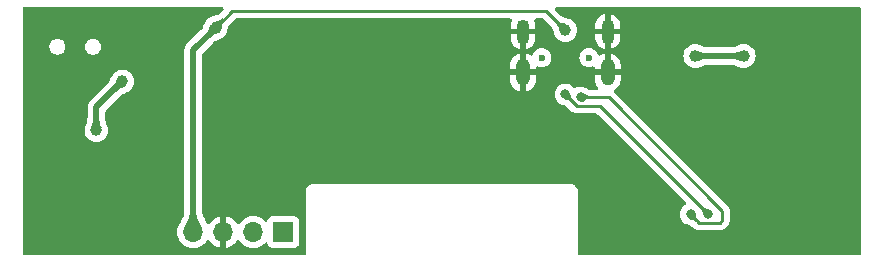
<source format=gbr>
%TF.GenerationSoftware,KiCad,Pcbnew,8.0.5-8.0.5-0~ubuntu22.04.1*%
%TF.CreationDate,2024-09-17T12:21:12-05:00*%
%TF.ProjectId,cheating-calc,63686561-7469-46e6-972d-63616c632e6b,rev?*%
%TF.SameCoordinates,Original*%
%TF.FileFunction,Copper,L2,Bot*%
%TF.FilePolarity,Positive*%
%FSLAX46Y46*%
G04 Gerber Fmt 4.6, Leading zero omitted, Abs format (unit mm)*
G04 Created by KiCad (PCBNEW 8.0.5-8.0.5-0~ubuntu22.04.1) date 2024-09-17 12:21:12*
%MOMM*%
%LPD*%
G01*
G04 APERTURE LIST*
%TA.AperFunction,ComponentPad*%
%ADD10R,1.700000X1.700000*%
%TD*%
%TA.AperFunction,ComponentPad*%
%ADD11O,1.700000X1.700000*%
%TD*%
%TA.AperFunction,ComponentPad*%
%ADD12C,0.600000*%
%TD*%
%TA.AperFunction,ComponentPad*%
%ADD13O,1.200000X2.300000*%
%TD*%
%TA.AperFunction,ComponentPad*%
%ADD14O,1.100000X2.100000*%
%TD*%
%TA.AperFunction,ViaPad*%
%ADD15C,1.000000*%
%TD*%
%TA.AperFunction,ViaPad*%
%ADD16C,0.800000*%
%TD*%
%TA.AperFunction,Conductor*%
%ADD17C,0.500000*%
%TD*%
%TA.AperFunction,Conductor*%
%ADD18C,0.250000*%
%TD*%
G04 APERTURE END LIST*
D10*
%TO.P,J1,1,Pin_1*%
%TO.N,RING*%
X107920000Y-71600000D03*
D11*
%TO.P,J1,2,Pin_2*%
%TO.N,TIP*%
X105380000Y-71600000D03*
%TO.P,J1,3,Pin_3*%
%TO.N,GND*%
X102840000Y-71600000D03*
%TO.P,J1,4,Pin_4*%
%TO.N,+5V*%
X100300000Y-71600000D03*
%TD*%
D12*
%TO.P,U3,*%
%TO.N,*%
X133800000Y-56837500D03*
X129800000Y-56837500D03*
D13*
%TO.P,U3,6,EH*%
%TO.N,GND*%
X135380000Y-58087500D03*
D14*
X135380000Y-54627500D03*
D13*
X128220000Y-58087500D03*
D14*
X128220000Y-54627500D03*
%TD*%
D15*
%TO.N,TIP_GPIO*%
X146900000Y-56700000D03*
X142800000Y-56700000D03*
%TO.N,+5V*%
X102200000Y-54300000D03*
X131800000Y-54500000D03*
%TO.N,+3.3V*%
X94300000Y-58850000D03*
X92100000Y-63000000D03*
%TO.N,GND*%
X88100000Y-59700000D03*
X97850000Y-63750000D03*
X92750000Y-66350000D03*
X142600000Y-62000000D03*
X137900000Y-56700000D03*
D16*
%TO.N,Net-(U3-D+)*%
X143900000Y-70100000D03*
X131800000Y-59950000D03*
%TO.N,Net-(U3-D-)*%
X142400000Y-70100000D03*
X133100000Y-60200000D03*
%TD*%
D17*
%TO.N,GND*%
X97850000Y-63750000D02*
X95350000Y-63750000D01*
X95350000Y-63750000D02*
X92750000Y-66350000D01*
%TO.N,TIP_GPIO*%
X146900000Y-56700000D02*
X142800000Y-56700000D01*
%TO.N,+5V*%
X100300000Y-71600000D02*
X100300000Y-56200000D01*
D18*
X131800000Y-54500000D02*
X130200000Y-52900000D01*
X130200000Y-52900000D02*
X103600000Y-52900000D01*
X103600000Y-52900000D02*
X102200000Y-54300000D01*
D17*
X100300000Y-56200000D02*
X102200000Y-54300000D01*
%TO.N,+3.3V*%
X92100000Y-63000000D02*
X92100000Y-61050000D01*
X92100000Y-61050000D02*
X94300000Y-58850000D01*
%TO.N,GND*%
X137900000Y-56700000D02*
X142600000Y-61400000D01*
X142600000Y-61400000D02*
X142600000Y-62000000D01*
D18*
%TO.N,Net-(U3-D+)*%
X132775000Y-60925000D02*
X134725000Y-60925000D01*
X134725000Y-60925000D02*
X143900000Y-70100000D01*
X131800000Y-59950000D02*
X132775000Y-60925000D01*
%TO.N,Net-(U3-D-)*%
X135500000Y-60200000D02*
X145100000Y-69800000D01*
X143125000Y-70825000D02*
X142400000Y-70100000D01*
X145100000Y-69800000D02*
X145100000Y-70600000D01*
X133100000Y-60200000D02*
X135500000Y-60200000D01*
X144875000Y-70825000D02*
X143125000Y-70825000D01*
X145100000Y-70600000D02*
X144875000Y-70825000D01*
%TD*%
%TA.AperFunction,Conductor*%
%TO.N,GND*%
G36*
X102812587Y-52590185D02*
G01*
X102858342Y-52642989D01*
X102868286Y-52712147D01*
X102839261Y-52775703D01*
X102833247Y-52782161D01*
X102525368Y-53090040D01*
X102522244Y-53093165D01*
X102507352Y-53105871D01*
X102366446Y-53208038D01*
X102322111Y-53228341D01*
X102214029Y-53253822D01*
X102213981Y-53253833D01*
X102213968Y-53253837D01*
X102201779Y-53256871D01*
X102201763Y-53256875D01*
X102201203Y-53257022D01*
X102190040Y-53260087D01*
X102189997Y-53260099D01*
X102189980Y-53260104D01*
X102074797Y-53293165D01*
X101881743Y-53348577D01*
X101854982Y-53357071D01*
X101853738Y-53357504D01*
X101853718Y-53357512D01*
X101846177Y-53360848D01*
X101832025Y-53366103D01*
X101815271Y-53371186D01*
X101783006Y-53388432D01*
X101780259Y-53389774D01*
X101779626Y-53390143D01*
X101775671Y-53392351D01*
X101641460Y-53464090D01*
X101489116Y-53589116D01*
X101364090Y-53741460D01*
X101364086Y-53741467D01*
X101271189Y-53915265D01*
X101270324Y-53917354D01*
X101264670Y-53931945D01*
X101263045Y-53935354D01*
X101164791Y-54186155D01*
X101159344Y-54198143D01*
X101108353Y-54296178D01*
X101091338Y-54320984D01*
X100944276Y-54487711D01*
X100918627Y-54519117D01*
X100910269Y-54528361D01*
X99717050Y-55721580D01*
X99717044Y-55721588D01*
X99667812Y-55795268D01*
X99667813Y-55795269D01*
X99634921Y-55844496D01*
X99634914Y-55844508D01*
X99578342Y-55981086D01*
X99578340Y-55981092D01*
X99549500Y-56126079D01*
X99549500Y-69820266D01*
X99548256Y-69837788D01*
X99490201Y-70244500D01*
X99475510Y-70287789D01*
X99338424Y-70531399D01*
X99335584Y-70536516D01*
X99332940Y-70541406D01*
X99145747Y-70892341D01*
X99137916Y-70905102D01*
X99125965Y-70922170D01*
X99100461Y-70976859D01*
X99097491Y-70982806D01*
X99074748Y-71025445D01*
X99063886Y-71047037D01*
X99063412Y-71048036D01*
X99063406Y-71048052D01*
X99047653Y-71089350D01*
X99044180Y-71097556D01*
X99026095Y-71136341D01*
X98964938Y-71364586D01*
X98964936Y-71364596D01*
X98944341Y-71599999D01*
X98944341Y-71600000D01*
X98964936Y-71835403D01*
X98964938Y-71835413D01*
X99026094Y-72063655D01*
X99026096Y-72063659D01*
X99026097Y-72063663D01*
X99105801Y-72234588D01*
X99125965Y-72277830D01*
X99125967Y-72277834D01*
X99234281Y-72432521D01*
X99261505Y-72471401D01*
X99428599Y-72638495D01*
X99525384Y-72706265D01*
X99622165Y-72774032D01*
X99622167Y-72774033D01*
X99622170Y-72774035D01*
X99836337Y-72873903D01*
X100064592Y-72935063D01*
X100241034Y-72950500D01*
X100299999Y-72955659D01*
X100300000Y-72955659D01*
X100300001Y-72955659D01*
X100358966Y-72950500D01*
X100535408Y-72935063D01*
X100763663Y-72873903D01*
X100977830Y-72774035D01*
X101171401Y-72638495D01*
X101338495Y-72471401D01*
X101468730Y-72285405D01*
X101523307Y-72241781D01*
X101592805Y-72234587D01*
X101655160Y-72266110D01*
X101671879Y-72285405D01*
X101801890Y-72471078D01*
X101968917Y-72638105D01*
X102162421Y-72773600D01*
X102376507Y-72873429D01*
X102376516Y-72873433D01*
X102590000Y-72930634D01*
X102590000Y-72033012D01*
X102647007Y-72065925D01*
X102774174Y-72100000D01*
X102905826Y-72100000D01*
X103032993Y-72065925D01*
X103090000Y-72033012D01*
X103090000Y-72930633D01*
X103303483Y-72873433D01*
X103303492Y-72873429D01*
X103517578Y-72773600D01*
X103711082Y-72638105D01*
X103878105Y-72471082D01*
X104008119Y-72285405D01*
X104062696Y-72241781D01*
X104132195Y-72234588D01*
X104194549Y-72266110D01*
X104211269Y-72285405D01*
X104341505Y-72471401D01*
X104508599Y-72638495D01*
X104605384Y-72706265D01*
X104702165Y-72774032D01*
X104702167Y-72774033D01*
X104702170Y-72774035D01*
X104916337Y-72873903D01*
X105144592Y-72935063D01*
X105321034Y-72950500D01*
X105379999Y-72955659D01*
X105380000Y-72955659D01*
X105380001Y-72955659D01*
X105438966Y-72950500D01*
X105615408Y-72935063D01*
X105843663Y-72873903D01*
X106057830Y-72774035D01*
X106251401Y-72638495D01*
X106373329Y-72516566D01*
X106434648Y-72483084D01*
X106504340Y-72488068D01*
X106560274Y-72529939D01*
X106577189Y-72560917D01*
X106626202Y-72692328D01*
X106626206Y-72692335D01*
X106712452Y-72807544D01*
X106712455Y-72807547D01*
X106827664Y-72893793D01*
X106827671Y-72893797D01*
X106962517Y-72944091D01*
X106962516Y-72944091D01*
X106969444Y-72944835D01*
X107022127Y-72950500D01*
X108817872Y-72950499D01*
X108877483Y-72944091D01*
X109012331Y-72893796D01*
X109127546Y-72807546D01*
X109213796Y-72692331D01*
X109264091Y-72557483D01*
X109270500Y-72497873D01*
X109270499Y-70702128D01*
X109264091Y-70642517D01*
X109262810Y-70639083D01*
X109213797Y-70507671D01*
X109213793Y-70507664D01*
X109127547Y-70392455D01*
X109127544Y-70392452D01*
X109012335Y-70306206D01*
X109012328Y-70306202D01*
X108877482Y-70255908D01*
X108877483Y-70255908D01*
X108817883Y-70249501D01*
X108817881Y-70249500D01*
X108817873Y-70249500D01*
X108817864Y-70249500D01*
X107022129Y-70249500D01*
X107022123Y-70249501D01*
X106962516Y-70255908D01*
X106827671Y-70306202D01*
X106827664Y-70306206D01*
X106712455Y-70392452D01*
X106712452Y-70392455D01*
X106626206Y-70507664D01*
X106626203Y-70507669D01*
X106577189Y-70639083D01*
X106535317Y-70695016D01*
X106469853Y-70719433D01*
X106401580Y-70704581D01*
X106373326Y-70683430D01*
X106251402Y-70561506D01*
X106251395Y-70561501D01*
X106057834Y-70425967D01*
X106057830Y-70425965D01*
X106057828Y-70425964D01*
X105843663Y-70326097D01*
X105843659Y-70326096D01*
X105843655Y-70326094D01*
X105615413Y-70264938D01*
X105615403Y-70264936D01*
X105380001Y-70244341D01*
X105379999Y-70244341D01*
X105144596Y-70264936D01*
X105144586Y-70264938D01*
X104916344Y-70326094D01*
X104916335Y-70326098D01*
X104702171Y-70425964D01*
X104702169Y-70425965D01*
X104508597Y-70561505D01*
X104341508Y-70728594D01*
X104211269Y-70914595D01*
X104156692Y-70958219D01*
X104087193Y-70965412D01*
X104024839Y-70933890D01*
X104008119Y-70914594D01*
X103878113Y-70728926D01*
X103878108Y-70728920D01*
X103711082Y-70561894D01*
X103517578Y-70426399D01*
X103303492Y-70326570D01*
X103303486Y-70326567D01*
X103090000Y-70269364D01*
X103090000Y-71166988D01*
X103032993Y-71134075D01*
X102905826Y-71100000D01*
X102774174Y-71100000D01*
X102647007Y-71134075D01*
X102590000Y-71166988D01*
X102590000Y-70269364D01*
X102589999Y-70269364D01*
X102376513Y-70326567D01*
X102376507Y-70326570D01*
X102162422Y-70426399D01*
X102162420Y-70426400D01*
X101968926Y-70561886D01*
X101968920Y-70561891D01*
X101801891Y-70728920D01*
X101801890Y-70728922D01*
X101671880Y-70914595D01*
X101617303Y-70958219D01*
X101547804Y-70965412D01*
X101485450Y-70933890D01*
X101468727Y-70914590D01*
X101462077Y-70905092D01*
X101454247Y-70892333D01*
X101390533Y-70772888D01*
X101267128Y-70541537D01*
X101267057Y-70541406D01*
X101264101Y-70535947D01*
X101263953Y-70535679D01*
X101261526Y-70531315D01*
X101124485Y-70287785D01*
X101109797Y-70244504D01*
X101051862Y-69838616D01*
X101051859Y-69838602D01*
X101051744Y-69837791D01*
X101050500Y-69820269D01*
X101050500Y-59950000D01*
X130894540Y-59950000D01*
X130914326Y-60138256D01*
X130914327Y-60138259D01*
X130972818Y-60318277D01*
X130972821Y-60318284D01*
X131067467Y-60482216D01*
X131147935Y-60571584D01*
X131194126Y-60622885D01*
X131194129Y-60622888D01*
X131347265Y-60734148D01*
X131347270Y-60734151D01*
X131520191Y-60811142D01*
X131520193Y-60811142D01*
X131520197Y-60811144D01*
X131530829Y-60813404D01*
X131541925Y-60816306D01*
X131747558Y-60880385D01*
X131750189Y-60881196D01*
X131750319Y-60881236D01*
X131750450Y-60881276D01*
X131753334Y-60882148D01*
X131821673Y-60902570D01*
X131861248Y-60922694D01*
X131963055Y-61000163D01*
X131964610Y-61001298D01*
X131979183Y-61013773D01*
X132286016Y-61320606D01*
X132286045Y-61320637D01*
X132376263Y-61410855D01*
X132376267Y-61410858D01*
X132478707Y-61479307D01*
X132478713Y-61479310D01*
X132478714Y-61479311D01*
X132592548Y-61526463D01*
X132618818Y-61531688D01*
X132642515Y-61536402D01*
X132642535Y-61536405D01*
X132642557Y-61536410D01*
X132713391Y-61550499D01*
X132713392Y-61550500D01*
X132713393Y-61550500D01*
X132713394Y-61550500D01*
X134414548Y-61550500D01*
X134481587Y-61570185D01*
X134502229Y-61586819D01*
X142016193Y-69100784D01*
X142049678Y-69162107D01*
X142044694Y-69231799D01*
X142002822Y-69287732D01*
X141978950Y-69301743D01*
X141947272Y-69315847D01*
X141947265Y-69315851D01*
X141794129Y-69427111D01*
X141667466Y-69567785D01*
X141572821Y-69731715D01*
X141572818Y-69731722D01*
X141514327Y-69911740D01*
X141514326Y-69911744D01*
X141494540Y-70100000D01*
X141514326Y-70288256D01*
X141514327Y-70288259D01*
X141572818Y-70468277D01*
X141572821Y-70468284D01*
X141667467Y-70632216D01*
X141782336Y-70759791D01*
X141794129Y-70772888D01*
X141947265Y-70884148D01*
X141947270Y-70884151D01*
X142120191Y-70961142D01*
X142120193Y-70961142D01*
X142120197Y-70961144D01*
X142130829Y-70963404D01*
X142141925Y-70966306D01*
X142347558Y-71030385D01*
X142350189Y-71031196D01*
X142350319Y-71031236D01*
X142350450Y-71031276D01*
X142353334Y-71032148D01*
X142421673Y-71052570D01*
X142461248Y-71072694D01*
X142563055Y-71150163D01*
X142564610Y-71151298D01*
X142579183Y-71163773D01*
X142636016Y-71220606D01*
X142636045Y-71220637D01*
X142726264Y-71310856D01*
X142726267Y-71310858D01*
X142803190Y-71362256D01*
X142828710Y-71379309D01*
X142828712Y-71379310D01*
X142828715Y-71379312D01*
X142895396Y-71406931D01*
X142895398Y-71406933D01*
X142935640Y-71423601D01*
X142942548Y-71426463D01*
X143002971Y-71438481D01*
X143063393Y-71450500D01*
X144936607Y-71450500D01*
X144997029Y-71438481D01*
X145057452Y-71426463D01*
X145057455Y-71426461D01*
X145057458Y-71426461D01*
X145090787Y-71412654D01*
X145090786Y-71412654D01*
X145090792Y-71412652D01*
X145171286Y-71379312D01*
X145222509Y-71345084D01*
X145273733Y-71310858D01*
X145360858Y-71223733D01*
X145360859Y-71223731D01*
X145367925Y-71216665D01*
X145367928Y-71216661D01*
X145498729Y-71085860D01*
X145498733Y-71085858D01*
X145585858Y-70998733D01*
X145633422Y-70927549D01*
X145654312Y-70896286D01*
X145701463Y-70782451D01*
X145705971Y-70759790D01*
X145721695Y-70680734D01*
X145721695Y-70680733D01*
X145721696Y-70680733D01*
X145721696Y-70680728D01*
X145725500Y-70661607D01*
X145725500Y-70538393D01*
X145725500Y-69738394D01*
X145721227Y-69716914D01*
X145708421Y-69652531D01*
X145701463Y-69617548D01*
X145654311Y-69503714D01*
X145654310Y-69503713D01*
X145654307Y-69503707D01*
X145585858Y-69401267D01*
X145585855Y-69401263D01*
X145495637Y-69311045D01*
X145495606Y-69311016D01*
X135990198Y-59805608D01*
X135990178Y-59805586D01*
X135947037Y-59762445D01*
X135913552Y-59701122D01*
X135918536Y-59631430D01*
X135960408Y-59575497D01*
X135961834Y-59574445D01*
X136096598Y-59476536D01*
X136219032Y-59354102D01*
X136320804Y-59214024D01*
X136399408Y-59059757D01*
X136452914Y-58895084D01*
X136480000Y-58724071D01*
X136480000Y-58337500D01*
X135655006Y-58337500D01*
X135655006Y-57837500D01*
X136480000Y-57837500D01*
X136480000Y-57450928D01*
X136452914Y-57279915D01*
X136399408Y-57115242D01*
X136320804Y-56960975D01*
X136219032Y-56820897D01*
X136098135Y-56700000D01*
X141794659Y-56700000D01*
X141813975Y-56896129D01*
X141813976Y-56896132D01*
X141850566Y-57016754D01*
X141871188Y-57084733D01*
X141964086Y-57258532D01*
X141964090Y-57258539D01*
X142089116Y-57410883D01*
X142241460Y-57535909D01*
X142241467Y-57535913D01*
X142415266Y-57628811D01*
X142415269Y-57628811D01*
X142415273Y-57628814D01*
X142603868Y-57686024D01*
X142800000Y-57705341D01*
X142996132Y-57686024D01*
X143184727Y-57628814D01*
X143184735Y-57628809D01*
X143186851Y-57627934D01*
X143201150Y-57621621D01*
X143204682Y-57620369D01*
X143204681Y-57620369D01*
X143204686Y-57620368D01*
X143451521Y-57512490D01*
X143463827Y-57507874D01*
X143569207Y-57474607D01*
X143598777Y-57469099D01*
X143820645Y-57455198D01*
X143820655Y-57455197D01*
X143861027Y-57451126D01*
X143873468Y-57450500D01*
X145844024Y-57450500D01*
X145869311Y-57453106D01*
X145873086Y-57453892D01*
X145879355Y-57455198D01*
X146101217Y-57469099D01*
X146130790Y-57474608D01*
X146236160Y-57507871D01*
X146248491Y-57512496D01*
X146495314Y-57620368D01*
X146498219Y-57621621D01*
X146499843Y-57622321D01*
X146499976Y-57622378D01*
X146499984Y-57622381D01*
X146500005Y-57622390D01*
X146500702Y-57622640D01*
X146501382Y-57622885D01*
X146509616Y-57626540D01*
X146509641Y-57626481D01*
X146515268Y-57628811D01*
X146515273Y-57628814D01*
X146529090Y-57633004D01*
X146534977Y-57634953D01*
X146554600Y-57642004D01*
X146554605Y-57642004D01*
X146554609Y-57642006D01*
X146558152Y-57642891D01*
X146571491Y-57645867D01*
X146703868Y-57686024D01*
X146900000Y-57705341D01*
X147096132Y-57686024D01*
X147284727Y-57628814D01*
X147285115Y-57628607D01*
X147395404Y-57569656D01*
X147458538Y-57535910D01*
X147610883Y-57410883D01*
X147735910Y-57258538D01*
X147810032Y-57119866D01*
X147828811Y-57084733D01*
X147828811Y-57084732D01*
X147828814Y-57084727D01*
X147886024Y-56896132D01*
X147905341Y-56700000D01*
X147886024Y-56503868D01*
X147828814Y-56315273D01*
X147828811Y-56315269D01*
X147828811Y-56315266D01*
X147735913Y-56141467D01*
X147735909Y-56141460D01*
X147610883Y-55989116D01*
X147458539Y-55864090D01*
X147458532Y-55864086D01*
X147284733Y-55771188D01*
X147284727Y-55771186D01*
X147101054Y-55715469D01*
X147096129Y-55713975D01*
X146900000Y-55694659D01*
X146703865Y-55713976D01*
X146515274Y-55771185D01*
X146513174Y-55772055D01*
X146498876Y-55778367D01*
X146495320Y-55779627D01*
X146248494Y-55887498D01*
X146236166Y-55892123D01*
X146146602Y-55920397D01*
X146146601Y-55920396D01*
X146146594Y-55920399D01*
X146146584Y-55920403D01*
X146130790Y-55925389D01*
X146101216Y-55930898D01*
X145879362Y-55944801D01*
X145879352Y-55944801D01*
X145879352Y-55944802D01*
X145841169Y-55948654D01*
X145841167Y-55948654D01*
X145838991Y-55948874D01*
X145826545Y-55949500D01*
X143855978Y-55949500D01*
X143830691Y-55946894D01*
X143820652Y-55944803D01*
X143820644Y-55944801D01*
X143598782Y-55930898D01*
X143569210Y-55925389D01*
X143463841Y-55892127D01*
X143451512Y-55887502D01*
X143204637Y-55779609D01*
X143198029Y-55776777D01*
X143197916Y-55776729D01*
X143196318Y-55776109D01*
X143196351Y-55776023D01*
X143190408Y-55773392D01*
X143190357Y-55773518D01*
X143184729Y-55771187D01*
X143184727Y-55771186D01*
X143184724Y-55771185D01*
X143171869Y-55767285D01*
X143166208Y-55765418D01*
X143155883Y-55761735D01*
X143145399Y-55757995D01*
X143145396Y-55757994D01*
X143141725Y-55757081D01*
X143128495Y-55754128D01*
X142996130Y-55713975D01*
X142800000Y-55694659D01*
X142603870Y-55713975D01*
X142415266Y-55771188D01*
X142241467Y-55864086D01*
X142241460Y-55864090D01*
X142089116Y-55989116D01*
X141964090Y-56141460D01*
X141964086Y-56141467D01*
X141871188Y-56315266D01*
X141813975Y-56503870D01*
X141794659Y-56700000D01*
X136098135Y-56700000D01*
X136096602Y-56698467D01*
X135956524Y-56596695D01*
X135802257Y-56518091D01*
X135637589Y-56464587D01*
X135637581Y-56464585D01*
X135630000Y-56463384D01*
X135630000Y-57397434D01*
X135613139Y-57356728D01*
X135535779Y-57279368D01*
X135434702Y-57237501D01*
X135325298Y-57237501D01*
X135224221Y-57279368D01*
X135146861Y-57356728D01*
X135130000Y-57397434D01*
X135130000Y-56463384D01*
X135129999Y-56463384D01*
X135122418Y-56464585D01*
X135122410Y-56464587D01*
X134957742Y-56518091D01*
X134803472Y-56596697D01*
X134748731Y-56636468D01*
X134682924Y-56659947D01*
X134614870Y-56644121D01*
X134566176Y-56594014D01*
X134561296Y-56583624D01*
X134549471Y-56555076D01*
X134547028Y-56548675D01*
X134525789Y-56487978D01*
X134519289Y-56477634D01*
X134509719Y-56459106D01*
X134509394Y-56458321D01*
X134472790Y-56403540D01*
X134470905Y-56400631D01*
X134429816Y-56335238D01*
X134302262Y-56207684D01*
X134302260Y-56207682D01*
X134302257Y-56207680D01*
X134236900Y-56166614D01*
X134233982Y-56164723D01*
X134179179Y-56128105D01*
X134179173Y-56128103D01*
X134178365Y-56127768D01*
X134159865Y-56118209D01*
X134149524Y-56111712D01*
X134149523Y-56111711D01*
X134149522Y-56111711D01*
X134088867Y-56090486D01*
X134082377Y-56088009D01*
X134033496Y-56067762D01*
X134019860Y-56065050D01*
X134003104Y-56060476D01*
X133979260Y-56052133D01*
X133979256Y-56052132D01*
X133979255Y-56052132D01*
X133958575Y-56049801D01*
X133928303Y-56046390D01*
X133918003Y-56044788D01*
X133878844Y-56037000D01*
X133878842Y-56037000D01*
X133851915Y-56037000D01*
X133838031Y-56036220D01*
X133800002Y-56031935D01*
X133799998Y-56031935D01*
X133761969Y-56036220D01*
X133748085Y-56037000D01*
X133721152Y-56037000D01*
X133681994Y-56044788D01*
X133671696Y-56046390D01*
X133620742Y-56052132D01*
X133620735Y-56052134D01*
X133596898Y-56060475D01*
X133580140Y-56065050D01*
X133566502Y-56067763D01*
X133566496Y-56067764D01*
X133517631Y-56088004D01*
X133511140Y-56090482D01*
X133450477Y-56111710D01*
X133450474Y-56111712D01*
X133440127Y-56118213D01*
X133421639Y-56127766D01*
X133420832Y-56128100D01*
X133420824Y-56128104D01*
X133366047Y-56164704D01*
X133363132Y-56166592D01*
X133297742Y-56207680D01*
X133297735Y-56207686D01*
X133170186Y-56335235D01*
X133170180Y-56335242D01*
X133129092Y-56400632D01*
X133127204Y-56403547D01*
X133090604Y-56458324D01*
X133090600Y-56458332D01*
X133090266Y-56459139D01*
X133080713Y-56477627D01*
X133074212Y-56487974D01*
X133074210Y-56487977D01*
X133052982Y-56548640D01*
X133050504Y-56555131D01*
X133030264Y-56603996D01*
X133030263Y-56604002D01*
X133027550Y-56617640D01*
X133022975Y-56634398D01*
X133014634Y-56658235D01*
X133014632Y-56658242D01*
X133008890Y-56709196D01*
X133007288Y-56719494D01*
X132999500Y-56758652D01*
X132999500Y-56785585D01*
X132998720Y-56799469D01*
X132994435Y-56837498D01*
X132994435Y-56837501D01*
X132998720Y-56875529D01*
X132999500Y-56889414D01*
X132999500Y-56916344D01*
X133007288Y-56955503D01*
X133008890Y-56965803D01*
X133014632Y-57016752D01*
X133014633Y-57016760D01*
X133022976Y-57040604D01*
X133027550Y-57057360D01*
X133030262Y-57070996D01*
X133050509Y-57119877D01*
X133052988Y-57126372D01*
X133074212Y-57187024D01*
X133080709Y-57197365D01*
X133090268Y-57215865D01*
X133090603Y-57216673D01*
X133090605Y-57216679D01*
X133127223Y-57271482D01*
X133129114Y-57274400D01*
X133170180Y-57339757D01*
X133170182Y-57339760D01*
X133170184Y-57339762D01*
X133297738Y-57467316D01*
X133362281Y-57507871D01*
X133363131Y-57508405D01*
X133366040Y-57510290D01*
X133420821Y-57546894D01*
X133421606Y-57547219D01*
X133440134Y-57556789D01*
X133450478Y-57563289D01*
X133511175Y-57584528D01*
X133517607Y-57586984D01*
X133546021Y-57598753D01*
X133566497Y-57607235D01*
X133566498Y-57607235D01*
X133566503Y-57607237D01*
X133580139Y-57609949D01*
X133596898Y-57614523D01*
X133620745Y-57622868D01*
X133671714Y-57628610D01*
X133681992Y-57630209D01*
X133705885Y-57634962D01*
X133721157Y-57638000D01*
X133721158Y-57638000D01*
X133748085Y-57638000D01*
X133761969Y-57638780D01*
X133799998Y-57643065D01*
X133800000Y-57643065D01*
X133800002Y-57643065D01*
X133838031Y-57638780D01*
X133851915Y-57638000D01*
X133878841Y-57638000D01*
X133878842Y-57638000D01*
X133918017Y-57630207D01*
X133928283Y-57628610D01*
X133979255Y-57622868D01*
X134003100Y-57614523D01*
X134019862Y-57609948D01*
X134033497Y-57607237D01*
X134082389Y-57586984D01*
X134088849Y-57584519D01*
X134115047Y-57575351D01*
X134184826Y-57571791D01*
X134245453Y-57606521D01*
X134277679Y-57668515D01*
X134280000Y-57692394D01*
X134280000Y-57837500D01*
X135104994Y-57837500D01*
X135104994Y-58337500D01*
X134280000Y-58337500D01*
X134280000Y-58724071D01*
X134307085Y-58895084D01*
X134360591Y-59059757D01*
X134439195Y-59214024D01*
X134540967Y-59354102D01*
X134549684Y-59362819D01*
X134583169Y-59424142D01*
X134578185Y-59493834D01*
X134536313Y-59549767D01*
X134470849Y-59574184D01*
X134462003Y-59574500D01*
X133979217Y-59574500D01*
X133962340Y-59572750D01*
X133962264Y-59573316D01*
X133957875Y-59572720D01*
X133831113Y-59555510D01*
X133788893Y-59541754D01*
X133726070Y-59507841D01*
X133720855Y-59505065D01*
X133565551Y-59423556D01*
X133558355Y-59419087D01*
X133558351Y-59419095D01*
X133552728Y-59415848D01*
X133544098Y-59412006D01*
X133536908Y-59408523D01*
X133512819Y-59395881D01*
X133499295Y-59388783D01*
X133479096Y-59378750D01*
X133479075Y-59378740D01*
X133478177Y-59378318D01*
X133457158Y-59370327D01*
X133414701Y-59354184D01*
X133408353Y-59351567D01*
X133379801Y-59338855D01*
X133244624Y-59310123D01*
X133194646Y-59299500D01*
X133005354Y-59299500D01*
X132972897Y-59306398D01*
X132820197Y-59338855D01*
X132820192Y-59338857D01*
X132646426Y-59416224D01*
X132577176Y-59425509D01*
X132513899Y-59395881D01*
X132503840Y-59385917D01*
X132405870Y-59277111D01*
X132252734Y-59165851D01*
X132252729Y-59165848D01*
X132079807Y-59088857D01*
X132079802Y-59088855D01*
X131934001Y-59057865D01*
X131894646Y-59049500D01*
X131705354Y-59049500D01*
X131672897Y-59056398D01*
X131520197Y-59088855D01*
X131520192Y-59088857D01*
X131347270Y-59165848D01*
X131347265Y-59165851D01*
X131194129Y-59277111D01*
X131067466Y-59417785D01*
X130972821Y-59581715D01*
X130972818Y-59581722D01*
X130914792Y-59760310D01*
X130914326Y-59761744D01*
X130894540Y-59950000D01*
X101050500Y-59950000D01*
X101050500Y-57450928D01*
X127120000Y-57450928D01*
X127120000Y-57837500D01*
X127944994Y-57837500D01*
X127944994Y-58337500D01*
X127120000Y-58337500D01*
X127120000Y-58724071D01*
X127147085Y-58895084D01*
X127200591Y-59059757D01*
X127279195Y-59214024D01*
X127380967Y-59354102D01*
X127503397Y-59476532D01*
X127643475Y-59578304D01*
X127797744Y-59656908D01*
X127962415Y-59710414D01*
X127962414Y-59710414D01*
X127969999Y-59711615D01*
X127970000Y-59711614D01*
X127970000Y-58777565D01*
X127986861Y-58818272D01*
X128064221Y-58895632D01*
X128165298Y-58937499D01*
X128274702Y-58937499D01*
X128375779Y-58895632D01*
X128453139Y-58818272D01*
X128470000Y-58777565D01*
X128470000Y-59711615D01*
X128477584Y-59710414D01*
X128642255Y-59656908D01*
X128796524Y-59578304D01*
X128936602Y-59476532D01*
X129059032Y-59354102D01*
X129160804Y-59214024D01*
X129239408Y-59059757D01*
X129292914Y-58895084D01*
X129320000Y-58724071D01*
X129320000Y-58337500D01*
X128495006Y-58337500D01*
X128495006Y-57837500D01*
X129320000Y-57837500D01*
X129320000Y-57692394D01*
X129339685Y-57625355D01*
X129392489Y-57579600D01*
X129461647Y-57569656D01*
X129484951Y-57575351D01*
X129511151Y-57584519D01*
X129517607Y-57586984D01*
X129546021Y-57598753D01*
X129566497Y-57607235D01*
X129566498Y-57607235D01*
X129566503Y-57607237D01*
X129580139Y-57609949D01*
X129596898Y-57614523D01*
X129620745Y-57622868D01*
X129671714Y-57628610D01*
X129681992Y-57630209D01*
X129705885Y-57634962D01*
X129721157Y-57638000D01*
X129721158Y-57638000D01*
X129748085Y-57638000D01*
X129761969Y-57638780D01*
X129799998Y-57643065D01*
X129800000Y-57643065D01*
X129800002Y-57643065D01*
X129838031Y-57638780D01*
X129851915Y-57638000D01*
X129878841Y-57638000D01*
X129878842Y-57638000D01*
X129918017Y-57630207D01*
X129928283Y-57628610D01*
X129979255Y-57622868D01*
X130003100Y-57614523D01*
X130019862Y-57609948D01*
X130033497Y-57607237D01*
X130082389Y-57586984D01*
X130088837Y-57584523D01*
X130149522Y-57563289D01*
X130159868Y-57556787D01*
X130178390Y-57547220D01*
X130179179Y-57546894D01*
X130233987Y-57510271D01*
X130236825Y-57508431D01*
X130302262Y-57467316D01*
X130429816Y-57339762D01*
X130470931Y-57274325D01*
X130472777Y-57271479D01*
X130509394Y-57216679D01*
X130509720Y-57215890D01*
X130519287Y-57197368D01*
X130525789Y-57187022D01*
X130547023Y-57126337D01*
X130549490Y-57119877D01*
X130569737Y-57070997D01*
X130572449Y-57057360D01*
X130577023Y-57040600D01*
X130585368Y-57016755D01*
X130591110Y-56965783D01*
X130592707Y-56955517D01*
X130600500Y-56916342D01*
X130600500Y-56889414D01*
X130601280Y-56875529D01*
X130605565Y-56837501D01*
X130605565Y-56837498D01*
X130601280Y-56799469D01*
X130600500Y-56785585D01*
X130600500Y-56758657D01*
X130592711Y-56719503D01*
X130591110Y-56709214D01*
X130585368Y-56658245D01*
X130577023Y-56634398D01*
X130572449Y-56617639D01*
X130569737Y-56604003D01*
X130569734Y-56603996D01*
X130561253Y-56583521D01*
X130549484Y-56555107D01*
X130547028Y-56548675D01*
X130525789Y-56487978D01*
X130519289Y-56477634D01*
X130509719Y-56459106D01*
X130509394Y-56458321D01*
X130472790Y-56403540D01*
X130470905Y-56400631D01*
X130429816Y-56335238D01*
X130302262Y-56207684D01*
X130302260Y-56207682D01*
X130302257Y-56207680D01*
X130236900Y-56166614D01*
X130233982Y-56164723D01*
X130179179Y-56128105D01*
X130179173Y-56128103D01*
X130178365Y-56127768D01*
X130159865Y-56118209D01*
X130149524Y-56111712D01*
X130149523Y-56111711D01*
X130149522Y-56111711D01*
X130088867Y-56090486D01*
X130082377Y-56088009D01*
X130033496Y-56067762D01*
X130019860Y-56065050D01*
X130003104Y-56060476D01*
X129979260Y-56052133D01*
X129979256Y-56052132D01*
X129979255Y-56052132D01*
X129958575Y-56049801D01*
X129928303Y-56046390D01*
X129918003Y-56044788D01*
X129878844Y-56037000D01*
X129878842Y-56037000D01*
X129851915Y-56037000D01*
X129838031Y-56036220D01*
X129800002Y-56031935D01*
X129799998Y-56031935D01*
X129761969Y-56036220D01*
X129748085Y-56037000D01*
X129721152Y-56037000D01*
X129681994Y-56044788D01*
X129671696Y-56046390D01*
X129620742Y-56052132D01*
X129620735Y-56052134D01*
X129596898Y-56060475D01*
X129580140Y-56065050D01*
X129566502Y-56067763D01*
X129566496Y-56067764D01*
X129517631Y-56088004D01*
X129511140Y-56090482D01*
X129450477Y-56111710D01*
X129450474Y-56111712D01*
X129440127Y-56118213D01*
X129421639Y-56127766D01*
X129420832Y-56128100D01*
X129420824Y-56128104D01*
X129366047Y-56164704D01*
X129363132Y-56166592D01*
X129297742Y-56207680D01*
X129297735Y-56207686D01*
X129170186Y-56335235D01*
X129170180Y-56335242D01*
X129129092Y-56400632D01*
X129127204Y-56403547D01*
X129090604Y-56458324D01*
X129090600Y-56458332D01*
X129090266Y-56459139D01*
X129080713Y-56477627D01*
X129074212Y-56487974D01*
X129074210Y-56487977D01*
X129052982Y-56548640D01*
X129050504Y-56555133D01*
X129038713Y-56583600D01*
X128994872Y-56638004D01*
X128928578Y-56660070D01*
X128860879Y-56642792D01*
X128851266Y-56636467D01*
X128796528Y-56596698D01*
X128642257Y-56518091D01*
X128477589Y-56464587D01*
X128477581Y-56464585D01*
X128470000Y-56463384D01*
X128470000Y-57397434D01*
X128453139Y-57356728D01*
X128375779Y-57279368D01*
X128274702Y-57237501D01*
X128165298Y-57237501D01*
X128064221Y-57279368D01*
X127986861Y-57356728D01*
X127970000Y-57397434D01*
X127970000Y-56463384D01*
X127969999Y-56463384D01*
X127962418Y-56464585D01*
X127962410Y-56464587D01*
X127797742Y-56518091D01*
X127643475Y-56596695D01*
X127503397Y-56698467D01*
X127380967Y-56820897D01*
X127279195Y-56960975D01*
X127200591Y-57115242D01*
X127147085Y-57279915D01*
X127120000Y-57450928D01*
X101050500Y-57450928D01*
X101050500Y-56562229D01*
X101070185Y-56495190D01*
X101086815Y-56474552D01*
X101984002Y-55577364D01*
X102003718Y-55561332D01*
X102012302Y-55555709D01*
X102179017Y-55408653D01*
X102203816Y-55391643D01*
X102301859Y-55340649D01*
X102313822Y-55335212D01*
X102564643Y-55236954D01*
X102568849Y-55235284D01*
X102569038Y-55235208D01*
X102570586Y-55234478D01*
X102579112Y-55231197D01*
X102579092Y-55231148D01*
X102584721Y-55228815D01*
X102584727Y-55228814D01*
X102597623Y-55221920D01*
X102603237Y-55219101D01*
X102607932Y-55216889D01*
X102621899Y-55210312D01*
X102621902Y-55210310D01*
X102625059Y-55208415D01*
X102636583Y-55201096D01*
X102758536Y-55135911D01*
X102758539Y-55135909D01*
X102852816Y-55058538D01*
X102910883Y-55010883D01*
X103035910Y-54858538D01*
X103128814Y-54684727D01*
X103141608Y-54642546D01*
X103147164Y-54627719D01*
X103151430Y-54618227D01*
X103239890Y-54310027D01*
X103243062Y-54298461D01*
X103243204Y-54297918D01*
X103246162Y-54286017D01*
X103271653Y-54177885D01*
X103291952Y-54133559D01*
X103394130Y-53992640D01*
X103406825Y-53977763D01*
X103822771Y-53561819D01*
X103884094Y-53528334D01*
X103910452Y-53525500D01*
X127147265Y-53525500D01*
X127214304Y-53545185D01*
X127260059Y-53597989D01*
X127270003Y-53667147D01*
X127261826Y-53696953D01*
X127210350Y-53821225D01*
X127210348Y-53821233D01*
X127170000Y-54024079D01*
X127170000Y-54377500D01*
X127895007Y-54377500D01*
X127895007Y-54877500D01*
X127170000Y-54877500D01*
X127170000Y-55230920D01*
X127210348Y-55433766D01*
X127210350Y-55433774D01*
X127289500Y-55624858D01*
X127289505Y-55624868D01*
X127404410Y-55796835D01*
X127404413Y-55796839D01*
X127550660Y-55943086D01*
X127550664Y-55943089D01*
X127722631Y-56057994D01*
X127722641Y-56057999D01*
X127913723Y-56137148D01*
X127913725Y-56137149D01*
X127970000Y-56148342D01*
X127970000Y-55312115D01*
X128020450Y-55362565D01*
X128094558Y-55405351D01*
X128177214Y-55427499D01*
X128262786Y-55427499D01*
X128345442Y-55405351D01*
X128419550Y-55362565D01*
X128470000Y-55312115D01*
X128470000Y-56148342D01*
X128526274Y-56137149D01*
X128526276Y-56137148D01*
X128717358Y-56057999D01*
X128717368Y-56057994D01*
X128889335Y-55943089D01*
X128889339Y-55943086D01*
X129035586Y-55796839D01*
X129035589Y-55796835D01*
X129150494Y-55624868D01*
X129150499Y-55624858D01*
X129229649Y-55433774D01*
X129229651Y-55433766D01*
X129269999Y-55230920D01*
X129270000Y-55230917D01*
X129270000Y-54877500D01*
X128544993Y-54877500D01*
X128544993Y-54377500D01*
X129270000Y-54377500D01*
X129270000Y-54024083D01*
X129269999Y-54024079D01*
X129229651Y-53821233D01*
X129229649Y-53821225D01*
X129178174Y-53696953D01*
X129170705Y-53627484D01*
X129201980Y-53565004D01*
X129262069Y-53529352D01*
X129292735Y-53525500D01*
X129889548Y-53525500D01*
X129956587Y-53545185D01*
X129977229Y-53561819D01*
X130593172Y-54177763D01*
X130605879Y-54192655D01*
X130690688Y-54309622D01*
X130708041Y-54333554D01*
X130728343Y-54377886D01*
X130753272Y-54483631D01*
X130753843Y-54486050D01*
X130756793Y-54497920D01*
X130756942Y-54498488D01*
X130760090Y-54509967D01*
X130760106Y-54510023D01*
X130760108Y-54510030D01*
X130813524Y-54696132D01*
X130848579Y-54818261D01*
X130857065Y-54845000D01*
X130857500Y-54846249D01*
X130860842Y-54853803D01*
X130866101Y-54867967D01*
X130871185Y-54884725D01*
X130888394Y-54916921D01*
X130889749Y-54919698D01*
X130890102Y-54920303D01*
X130892374Y-54924367D01*
X130964092Y-55058541D01*
X131089116Y-55210883D01*
X131241460Y-55335909D01*
X131241467Y-55335913D01*
X131415266Y-55428811D01*
X131415269Y-55428811D01*
X131415273Y-55428814D01*
X131603868Y-55486024D01*
X131800000Y-55505341D01*
X131996132Y-55486024D01*
X132184727Y-55428814D01*
X132187188Y-55427499D01*
X132308670Y-55362565D01*
X132358538Y-55335910D01*
X132510883Y-55210883D01*
X132635910Y-55058538D01*
X132728814Y-54884727D01*
X132786024Y-54696132D01*
X132805341Y-54500000D01*
X132786024Y-54303868D01*
X132728814Y-54115273D01*
X132728811Y-54115269D01*
X132728811Y-54115266D01*
X132680070Y-54024079D01*
X134330000Y-54024079D01*
X134330000Y-54377500D01*
X135080000Y-54377500D01*
X135080000Y-54877500D01*
X134330000Y-54877500D01*
X134330000Y-55230920D01*
X134370348Y-55433766D01*
X134370350Y-55433774D01*
X134449500Y-55624858D01*
X134449505Y-55624868D01*
X134564410Y-55796835D01*
X134564413Y-55796839D01*
X134710660Y-55943086D01*
X134710664Y-55943089D01*
X134882631Y-56057994D01*
X134882641Y-56057999D01*
X135073723Y-56137148D01*
X135073725Y-56137149D01*
X135130000Y-56148342D01*
X135130000Y-55294487D01*
X135139940Y-55311704D01*
X135195795Y-55367559D01*
X135264204Y-55407055D01*
X135340504Y-55427499D01*
X135419496Y-55427499D01*
X135495796Y-55407055D01*
X135564205Y-55367559D01*
X135620060Y-55311704D01*
X135630000Y-55294487D01*
X135630000Y-56148342D01*
X135686274Y-56137149D01*
X135686276Y-56137148D01*
X135877358Y-56057999D01*
X135877368Y-56057994D01*
X136049335Y-55943089D01*
X136049339Y-55943086D01*
X136195586Y-55796839D01*
X136195589Y-55796835D01*
X136310494Y-55624868D01*
X136310499Y-55624858D01*
X136389649Y-55433774D01*
X136389651Y-55433766D01*
X136429999Y-55230920D01*
X136430000Y-55230917D01*
X136430000Y-54877500D01*
X135680000Y-54877500D01*
X135680000Y-54377500D01*
X136430000Y-54377500D01*
X136430000Y-54024083D01*
X136429999Y-54024079D01*
X136389651Y-53821233D01*
X136389649Y-53821225D01*
X136310499Y-53630141D01*
X136310494Y-53630131D01*
X136195589Y-53458164D01*
X136195586Y-53458160D01*
X136049339Y-53311913D01*
X136049335Y-53311910D01*
X135877368Y-53197005D01*
X135877358Y-53197000D01*
X135686272Y-53117849D01*
X135686267Y-53117847D01*
X135630000Y-53106655D01*
X135630000Y-53960512D01*
X135620060Y-53943296D01*
X135564205Y-53887441D01*
X135495796Y-53847945D01*
X135419496Y-53827501D01*
X135340504Y-53827501D01*
X135264204Y-53847945D01*
X135195795Y-53887441D01*
X135139940Y-53943296D01*
X135130000Y-53960512D01*
X135130000Y-53106656D01*
X135129999Y-53106655D01*
X135073732Y-53117847D01*
X135073727Y-53117849D01*
X134882641Y-53197000D01*
X134882631Y-53197005D01*
X134710664Y-53311910D01*
X134710660Y-53311913D01*
X134564413Y-53458160D01*
X134564410Y-53458164D01*
X134449505Y-53630131D01*
X134449500Y-53630141D01*
X134370350Y-53821225D01*
X134370348Y-53821233D01*
X134330000Y-54024079D01*
X132680070Y-54024079D01*
X132635913Y-53941467D01*
X132635909Y-53941460D01*
X132510883Y-53789116D01*
X132358539Y-53664090D01*
X132358532Y-53664086D01*
X132184730Y-53571187D01*
X132184726Y-53571185D01*
X132142560Y-53558394D01*
X132127736Y-53552841D01*
X132118233Y-53548571D01*
X132106436Y-53545185D01*
X131810030Y-53460108D01*
X131810023Y-53460106D01*
X131809967Y-53460090D01*
X131798488Y-53456942D01*
X131797880Y-53456783D01*
X131786089Y-53453852D01*
X131764175Y-53448686D01*
X131677887Y-53428343D01*
X131633555Y-53408041D01*
X131492647Y-53305872D01*
X131477755Y-53293165D01*
X130966771Y-52782181D01*
X130933286Y-52720858D01*
X130938270Y-52651166D01*
X130980142Y-52595233D01*
X131045606Y-52570816D01*
X131054452Y-52570500D01*
X132278325Y-52570500D01*
X156719763Y-52570500D01*
X156786802Y-52590185D01*
X156832557Y-52642989D01*
X156843763Y-52694500D01*
X156843763Y-73445704D01*
X156824078Y-73512743D01*
X156771274Y-73558498D01*
X156719763Y-73569704D01*
X132968733Y-73569704D01*
X132901694Y-73550019D01*
X132855939Y-73497215D01*
X132844733Y-73445704D01*
X132844733Y-68004161D01*
X132844733Y-68004159D01*
X132810625Y-67876865D01*
X132744733Y-67762737D01*
X132651547Y-67669551D01*
X132594483Y-67636605D01*
X132537420Y-67603659D01*
X132473772Y-67586605D01*
X132410125Y-67569551D01*
X110409913Y-67569551D01*
X110278129Y-67569551D01*
X110150833Y-67603659D01*
X110036707Y-67669551D01*
X110036704Y-67669553D01*
X109943523Y-67762734D01*
X109943521Y-67762737D01*
X109877629Y-67876863D01*
X109843521Y-68004159D01*
X109843521Y-73445704D01*
X109823836Y-73512743D01*
X109771032Y-73558498D01*
X109719521Y-73569704D01*
X85968500Y-73569704D01*
X85901461Y-73550019D01*
X85855706Y-73497215D01*
X85844500Y-73445704D01*
X85844500Y-63000000D01*
X91094659Y-63000000D01*
X91113975Y-63196129D01*
X91171188Y-63384733D01*
X91264086Y-63558532D01*
X91264090Y-63558539D01*
X91389116Y-63710883D01*
X91541460Y-63835909D01*
X91541467Y-63835913D01*
X91715266Y-63928811D01*
X91715269Y-63928811D01*
X91715273Y-63928814D01*
X91903868Y-63986024D01*
X92100000Y-64005341D01*
X92296132Y-63986024D01*
X92484727Y-63928814D01*
X92658538Y-63835910D01*
X92810883Y-63710883D01*
X92935910Y-63558538D01*
X93028814Y-63384727D01*
X93086024Y-63196132D01*
X93105341Y-63000000D01*
X93086024Y-62803868D01*
X93028814Y-62615273D01*
X93028811Y-62615268D01*
X93028810Y-62615263D01*
X93027946Y-62613179D01*
X93021616Y-62598837D01*
X93020370Y-62595322D01*
X93020368Y-62595314D01*
X92912494Y-62348485D01*
X92907871Y-62336160D01*
X92874608Y-62230790D01*
X92869099Y-62201216D01*
X92855198Y-61979357D01*
X92855197Y-61979352D01*
X92851352Y-61941221D01*
X92851126Y-61938976D01*
X92850500Y-61926534D01*
X92850500Y-61412229D01*
X92870185Y-61345190D01*
X92886814Y-61324552D01*
X94084002Y-60127364D01*
X94103718Y-60111332D01*
X94112302Y-60105709D01*
X94279017Y-59958653D01*
X94303816Y-59941643D01*
X94401859Y-59890649D01*
X94413822Y-59885212D01*
X94664643Y-59786954D01*
X94668849Y-59785284D01*
X94669038Y-59785208D01*
X94670586Y-59784478D01*
X94679112Y-59781197D01*
X94679092Y-59781148D01*
X94684721Y-59778815D01*
X94684727Y-59778814D01*
X94697623Y-59771920D01*
X94703237Y-59769101D01*
X94707932Y-59766889D01*
X94721899Y-59760312D01*
X94721902Y-59760310D01*
X94725059Y-59758415D01*
X94736583Y-59751096D01*
X94858536Y-59685911D01*
X94858539Y-59685909D01*
X94880391Y-59667976D01*
X95010883Y-59560883D01*
X95135910Y-59408538D01*
X95228814Y-59234727D01*
X95286024Y-59046132D01*
X95305341Y-58850000D01*
X95286024Y-58653868D01*
X95228814Y-58465273D01*
X95228811Y-58465269D01*
X95228811Y-58465266D01*
X95135913Y-58291467D01*
X95135909Y-58291460D01*
X95010883Y-58139116D01*
X94858539Y-58014090D01*
X94858532Y-58014086D01*
X94684733Y-57921188D01*
X94684727Y-57921186D01*
X94496132Y-57863976D01*
X94496129Y-57863975D01*
X94300000Y-57844659D01*
X94103870Y-57863975D01*
X93915266Y-57921188D01*
X93741467Y-58014086D01*
X93741460Y-58014090D01*
X93589116Y-58139116D01*
X93464090Y-58291460D01*
X93464086Y-58291467D01*
X93371189Y-58465265D01*
X93370324Y-58467354D01*
X93364670Y-58481945D01*
X93363045Y-58485354D01*
X93264791Y-58736155D01*
X93259344Y-58748143D01*
X93208353Y-58846178D01*
X93191338Y-58870984D01*
X93044276Y-59037711D01*
X93018627Y-59069117D01*
X93010269Y-59078361D01*
X91517047Y-60571584D01*
X91517045Y-60571586D01*
X91482771Y-60622885D01*
X91482769Y-60622888D01*
X91434919Y-60694499D01*
X91434912Y-60694511D01*
X91378343Y-60831082D01*
X91378340Y-60831092D01*
X91349500Y-60976079D01*
X91349500Y-61944026D01*
X91346894Y-61969313D01*
X91344804Y-61979346D01*
X91344802Y-61979354D01*
X91330898Y-62201215D01*
X91325389Y-62230788D01*
X91292122Y-62336170D01*
X91287497Y-62348498D01*
X91179602Y-62595379D01*
X91176964Y-62601523D01*
X91176950Y-62601556D01*
X91176938Y-62601589D01*
X91176853Y-62601827D01*
X91176791Y-62601965D01*
X91176315Y-62603190D01*
X91176258Y-62603168D01*
X91173407Y-62609604D01*
X91173516Y-62609649D01*
X91171183Y-62615281D01*
X91167214Y-62628363D01*
X91165326Y-62634083D01*
X91157995Y-62654598D01*
X91157085Y-62658253D01*
X91154127Y-62671504D01*
X91113976Y-62803867D01*
X91094659Y-63000000D01*
X85844500Y-63000000D01*
X85844500Y-55979033D01*
X88124499Y-55979033D01*
X88150458Y-56109530D01*
X88150461Y-56109540D01*
X88201376Y-56232461D01*
X88201386Y-56232479D01*
X88275301Y-56343101D01*
X88275307Y-56343109D01*
X88369390Y-56437192D01*
X88369398Y-56437198D01*
X88480020Y-56511113D01*
X88480023Y-56511114D01*
X88480031Y-56511120D01*
X88480037Y-56511122D01*
X88480038Y-56511123D01*
X88570584Y-56548628D01*
X88602964Y-56562040D01*
X88602968Y-56562040D01*
X88602969Y-56562041D01*
X88733466Y-56588000D01*
X88733469Y-56588000D01*
X88866533Y-56588000D01*
X88954325Y-56570535D01*
X88997036Y-56562040D01*
X89119969Y-56511120D01*
X89230606Y-56437195D01*
X89324695Y-56343106D01*
X89398620Y-56232469D01*
X89449540Y-56109536D01*
X89464124Y-56036220D01*
X89475500Y-55979033D01*
X91124499Y-55979033D01*
X91150458Y-56109530D01*
X91150461Y-56109540D01*
X91201376Y-56232461D01*
X91201386Y-56232479D01*
X91275301Y-56343101D01*
X91275307Y-56343109D01*
X91369390Y-56437192D01*
X91369398Y-56437198D01*
X91480020Y-56511113D01*
X91480023Y-56511114D01*
X91480031Y-56511120D01*
X91480037Y-56511122D01*
X91480038Y-56511123D01*
X91570584Y-56548628D01*
X91602964Y-56562040D01*
X91602968Y-56562040D01*
X91602969Y-56562041D01*
X91733466Y-56588000D01*
X91733469Y-56588000D01*
X91866533Y-56588000D01*
X91954325Y-56570535D01*
X91997036Y-56562040D01*
X92119969Y-56511120D01*
X92230606Y-56437195D01*
X92324695Y-56343106D01*
X92398620Y-56232469D01*
X92449540Y-56109536D01*
X92464124Y-56036220D01*
X92475500Y-55979033D01*
X92475500Y-55845966D01*
X92449541Y-55715469D01*
X92449540Y-55715468D01*
X92449540Y-55715464D01*
X92398620Y-55592531D01*
X92377768Y-55561324D01*
X92324698Y-55481898D01*
X92324692Y-55481890D01*
X92230609Y-55387807D01*
X92230601Y-55387801D01*
X92119979Y-55313886D01*
X92119972Y-55313882D01*
X92119969Y-55313880D01*
X92119965Y-55313878D01*
X92119961Y-55313876D01*
X91997040Y-55262961D01*
X91997030Y-55262958D01*
X91866533Y-55237000D01*
X91866531Y-55237000D01*
X91733469Y-55237000D01*
X91733467Y-55237000D01*
X91602969Y-55262958D01*
X91602959Y-55262961D01*
X91480038Y-55313876D01*
X91480020Y-55313886D01*
X91369398Y-55387801D01*
X91369390Y-55387807D01*
X91275307Y-55481890D01*
X91275301Y-55481898D01*
X91201386Y-55592520D01*
X91201376Y-55592538D01*
X91150461Y-55715459D01*
X91150458Y-55715469D01*
X91124500Y-55845966D01*
X91124500Y-55845969D01*
X91124500Y-55979031D01*
X91124500Y-55979033D01*
X91124499Y-55979033D01*
X89475500Y-55979033D01*
X89475500Y-55845966D01*
X89449541Y-55715469D01*
X89449540Y-55715468D01*
X89449540Y-55715464D01*
X89398620Y-55592531D01*
X89377768Y-55561324D01*
X89324698Y-55481898D01*
X89324692Y-55481890D01*
X89230609Y-55387807D01*
X89230601Y-55387801D01*
X89119979Y-55313886D01*
X89119972Y-55313882D01*
X89119969Y-55313880D01*
X89119965Y-55313878D01*
X89119961Y-55313876D01*
X88997040Y-55262961D01*
X88997030Y-55262958D01*
X88866533Y-55237000D01*
X88866531Y-55237000D01*
X88733469Y-55237000D01*
X88733467Y-55237000D01*
X88602969Y-55262958D01*
X88602959Y-55262961D01*
X88480038Y-55313876D01*
X88480020Y-55313886D01*
X88369398Y-55387801D01*
X88369390Y-55387807D01*
X88275307Y-55481890D01*
X88275301Y-55481898D01*
X88201386Y-55592520D01*
X88201376Y-55592538D01*
X88150461Y-55715459D01*
X88150458Y-55715469D01*
X88124500Y-55845966D01*
X88124500Y-55845969D01*
X88124500Y-55979031D01*
X88124500Y-55979033D01*
X88124499Y-55979033D01*
X85844500Y-55979033D01*
X85844500Y-52694500D01*
X85864185Y-52627461D01*
X85916989Y-52581706D01*
X85968500Y-52570500D01*
X102745548Y-52570500D01*
X102812587Y-52590185D01*
G37*
%TD.AperFunction*%
%TD*%
%TA.AperFunction,Conductor*%
%TO.N,GND*%
G36*
X97851000Y-63750000D02*
G01*
X97658658Y-64211940D01*
X97370261Y-64085900D01*
X97159608Y-64019401D01*
X96850000Y-64000000D01*
X96850000Y-63500000D01*
X97159608Y-63480598D01*
X97370261Y-63414098D01*
X97658658Y-63288060D01*
X97851000Y-63750000D01*
G37*
%TD.AperFunction*%
%TD*%
%TA.AperFunction,Conductor*%
%TO.N,GND*%
G36*
X93633883Y-65819671D02*
G01*
X93428675Y-66052315D01*
X93326743Y-66248291D01*
X93211940Y-66541342D01*
X92749293Y-66350707D01*
X92558658Y-65888060D01*
X92851707Y-65773255D01*
X93047684Y-65671323D01*
X93280329Y-65466117D01*
X93633883Y-65819671D01*
G37*
%TD.AperFunction*%
%TD*%
%TA.AperFunction,Conductor*%
%TO.N,TIP_GPIO*%
G36*
X146713154Y-56248863D02*
G01*
X146713234Y-56249051D01*
X146899127Y-56695503D01*
X146899144Y-56704457D01*
X146899127Y-56704497D01*
X146713234Y-57150948D01*
X146706890Y-57157269D01*
X146697936Y-57157252D01*
X146697748Y-57157172D01*
X146420253Y-57035896D01*
X146209610Y-56969401D01*
X146209606Y-56969400D01*
X145910968Y-56950687D01*
X145902926Y-56946750D01*
X145900000Y-56939010D01*
X145900000Y-56460989D01*
X145903427Y-56452716D01*
X145910966Y-56449312D01*
X146209608Y-56430598D01*
X146301704Y-56401524D01*
X146420253Y-56364101D01*
X146420256Y-56364099D01*
X146420261Y-56364098D01*
X146697750Y-56242826D01*
X146706701Y-56242654D01*
X146713154Y-56248863D01*
G37*
%TD.AperFunction*%
%TD*%
%TA.AperFunction,Conductor*%
%TO.N,TIP_GPIO*%
G36*
X143002063Y-56242747D02*
G01*
X143002201Y-56242805D01*
X143279738Y-56364098D01*
X143279745Y-56364101D01*
X143477160Y-56426421D01*
X143490391Y-56430598D01*
X143789033Y-56449312D01*
X143797074Y-56453249D01*
X143800000Y-56460989D01*
X143800000Y-56939010D01*
X143796573Y-56947283D01*
X143789032Y-56950687D01*
X143490392Y-56969400D01*
X143490388Y-56969401D01*
X143279745Y-57035896D01*
X143002251Y-57157172D01*
X142993298Y-57157345D01*
X142986845Y-57151136D01*
X142986765Y-57150948D01*
X142800871Y-56704495D01*
X142800855Y-56695544D01*
X142986765Y-56249050D01*
X142993109Y-56242730D01*
X143002063Y-56242747D01*
G37*
%TD.AperFunction*%
%TD*%
%TA.AperFunction,Conductor*%
%TO.N,+5V*%
G36*
X100548124Y-69903427D02*
G01*
X100551434Y-69910047D01*
X100626052Y-70432803D01*
X100626053Y-70432805D01*
X100626054Y-70432807D01*
X100820986Y-70779216D01*
X100821113Y-70779447D01*
X101079233Y-71263350D01*
X101080103Y-71272263D01*
X101074417Y-71279180D01*
X101073399Y-71279662D01*
X100304489Y-71599134D01*
X100295534Y-71599143D01*
X100295511Y-71599134D01*
X99526600Y-71279662D01*
X99520275Y-71273323D01*
X99520284Y-71264368D01*
X99520766Y-71263350D01*
X99778922Y-70779378D01*
X99778962Y-70779305D01*
X99973947Y-70432803D01*
X100048566Y-69910047D01*
X100053128Y-69902341D01*
X100060149Y-69900000D01*
X100539851Y-69900000D01*
X100548124Y-69903427D01*
G37*
%TD.AperFunction*%
%TD*%
%TA.AperFunction,Conductor*%
%TO.N,+5V*%
G36*
X131189363Y-53710366D02*
G01*
X131439022Y-53891387D01*
X131439023Y-53891388D01*
X131439025Y-53891389D01*
X131670025Y-53945847D01*
X131670568Y-53945989D01*
X131978768Y-54034451D01*
X131985775Y-54040027D01*
X131986786Y-54048925D01*
X131986358Y-54050154D01*
X131802563Y-54496202D01*
X131796242Y-54502546D01*
X131796202Y-54502563D01*
X131350154Y-54686358D01*
X131341200Y-54686341D01*
X131334879Y-54679997D01*
X131334451Y-54678768D01*
X131245989Y-54370568D01*
X131245847Y-54370025D01*
X131191389Y-54139025D01*
X131115565Y-54034451D01*
X131010366Y-53889363D01*
X131008284Y-53880654D01*
X131011563Y-53874224D01*
X131174223Y-53711564D01*
X131182495Y-53708138D01*
X131189363Y-53710366D01*
G37*
%TD.AperFunction*%
%TD*%
%TA.AperFunction,Conductor*%
%TO.N,+5V*%
G36*
X102825777Y-53511565D02*
G01*
X102988434Y-53674222D01*
X102991861Y-53682495D01*
X102989633Y-53689363D01*
X102808610Y-53939022D01*
X102808609Y-53939023D01*
X102754150Y-54170025D01*
X102754008Y-54170568D01*
X102665548Y-54478768D01*
X102659972Y-54485774D01*
X102651074Y-54486786D01*
X102649845Y-54486358D01*
X102203797Y-54302563D01*
X102197453Y-54296242D01*
X102013641Y-53850153D01*
X102013658Y-53841200D01*
X102020002Y-53834879D01*
X102021228Y-53834452D01*
X102329443Y-53745985D01*
X102329958Y-53745850D01*
X102560974Y-53691389D01*
X102810636Y-53510365D01*
X102819345Y-53508284D01*
X102825777Y-53511565D01*
G37*
%TD.AperFunction*%
%TD*%
%TA.AperFunction,Conductor*%
%TO.N,+5V*%
G36*
X101749020Y-54113174D02*
G01*
X102196203Y-54297437D01*
X102202546Y-54303757D01*
X102242907Y-54401708D01*
X102386806Y-54750931D01*
X102386789Y-54759885D01*
X102380445Y-54766206D01*
X102380256Y-54766282D01*
X102098297Y-54876740D01*
X101902317Y-54978673D01*
X101902315Y-54978675D01*
X101677913Y-55176613D01*
X101669441Y-55179516D01*
X101661900Y-55176112D01*
X101323887Y-54838099D01*
X101320460Y-54829826D01*
X101323384Y-54822089D01*
X101521323Y-54597684D01*
X101623255Y-54401707D01*
X101733718Y-54119740D01*
X101739925Y-54113290D01*
X101748878Y-54113117D01*
X101749020Y-54113174D01*
G37*
%TD.AperFunction*%
%TD*%
%TA.AperFunction,Conductor*%
%TO.N,+3.3V*%
G36*
X92347283Y-62003427D02*
G01*
X92350687Y-62010968D01*
X92369400Y-62309606D01*
X92369401Y-62309610D01*
X92435896Y-62520253D01*
X92557172Y-62797748D01*
X92557345Y-62806701D01*
X92551136Y-62813154D01*
X92550948Y-62813234D01*
X92104497Y-62999127D01*
X92095543Y-62999144D01*
X92095503Y-62999127D01*
X91649051Y-62813234D01*
X91642730Y-62806890D01*
X91642747Y-62797936D01*
X91642790Y-62797834D01*
X91764098Y-62520261D01*
X91830598Y-62309608D01*
X91849313Y-62010968D01*
X91853250Y-62002926D01*
X91860990Y-62000000D01*
X92339010Y-62000000D01*
X92347283Y-62003427D01*
G37*
%TD.AperFunction*%
%TD*%
%TA.AperFunction,Conductor*%
%TO.N,+3.3V*%
G36*
X93849020Y-58663174D02*
G01*
X94296203Y-58847437D01*
X94302546Y-58853757D01*
X94342907Y-58951708D01*
X94486806Y-59300931D01*
X94486789Y-59309885D01*
X94480445Y-59316206D01*
X94480256Y-59316282D01*
X94198297Y-59426740D01*
X94002317Y-59528673D01*
X94002315Y-59528675D01*
X93777913Y-59726613D01*
X93769441Y-59729516D01*
X93761900Y-59726112D01*
X93423887Y-59388099D01*
X93420460Y-59379826D01*
X93423384Y-59372089D01*
X93621323Y-59147684D01*
X93723255Y-58951707D01*
X93833718Y-58669740D01*
X93839925Y-58663290D01*
X93848878Y-58663117D01*
X93849020Y-58663174D01*
G37*
%TD.AperFunction*%
%TD*%
%TA.AperFunction,Conductor*%
%TO.N,GND*%
G36*
X138476743Y-56801707D02*
G01*
X138578675Y-56997684D01*
X138783883Y-57230329D01*
X138430329Y-57583883D01*
X138197684Y-57378675D01*
X138001707Y-57276743D01*
X137708658Y-57161940D01*
X137899293Y-56699293D01*
X138361940Y-56508658D01*
X138476743Y-56801707D01*
G37*
%TD.AperFunction*%
%TD*%
%TA.AperFunction,Conductor*%
%TO.N,GND*%
G36*
X142760113Y-61222017D02*
G01*
X142907962Y-61452048D01*
X143061940Y-61808658D01*
X142600707Y-62000707D01*
X142100000Y-62000000D01*
X142166033Y-61715350D01*
X142241040Y-61509536D01*
X142140381Y-61293934D01*
X142493934Y-60940381D01*
X142760113Y-61222017D01*
G37*
%TD.AperFunction*%
%TD*%
%TA.AperFunction,Conductor*%
%TO.N,Net-(U3-D+)*%
G36*
X143430832Y-69452112D02*
G01*
X143623811Y-69598958D01*
X143801989Y-69652205D01*
X144040870Y-69726645D01*
X144047749Y-69732378D01*
X144048559Y-69741296D01*
X144048209Y-69742267D01*
X143902563Y-70096195D01*
X143896245Y-70102542D01*
X143896195Y-70102563D01*
X143542267Y-70248209D01*
X143533313Y-70248188D01*
X143526995Y-70241841D01*
X143526645Y-70240870D01*
X143483539Y-70102542D01*
X143452205Y-70001989D01*
X143398958Y-69823811D01*
X143252112Y-69630832D01*
X143249830Y-69622176D01*
X143253150Y-69615478D01*
X143415478Y-69453150D01*
X143423750Y-69449724D01*
X143430832Y-69452112D01*
G37*
%TD.AperFunction*%
%TD*%
%TA.AperFunction,Conductor*%
%TO.N,Net-(U3-D+)*%
G36*
X132166686Y-59801811D02*
G01*
X132173004Y-59808158D01*
X132173354Y-59809129D01*
X132247772Y-60047942D01*
X132247812Y-60048073D01*
X132301040Y-60226187D01*
X132352030Y-60293196D01*
X132447885Y-60419165D01*
X132450168Y-60427824D01*
X132446847Y-60434523D01*
X132284523Y-60596847D01*
X132276250Y-60600274D01*
X132269165Y-60597885D01*
X132143196Y-60502030D01*
X132076187Y-60451040D01*
X132076185Y-60451039D01*
X131898073Y-60397812D01*
X131897942Y-60397772D01*
X131659129Y-60323354D01*
X131652250Y-60317621D01*
X131651440Y-60308703D01*
X131651782Y-60307752D01*
X131797437Y-59953802D01*
X131803753Y-59947457D01*
X132157734Y-59801790D01*
X132166686Y-59801811D01*
G37*
%TD.AperFunction*%
%TD*%
%TA.AperFunction,Conductor*%
%TO.N,Net-(U3-D-)*%
G36*
X142766686Y-69951811D02*
G01*
X142773004Y-69958158D01*
X142773354Y-69959129D01*
X142847772Y-70197942D01*
X142847812Y-70198073D01*
X142901040Y-70376187D01*
X142952030Y-70443196D01*
X143047885Y-70569165D01*
X143050168Y-70577824D01*
X143046847Y-70584523D01*
X142884523Y-70746847D01*
X142876250Y-70750274D01*
X142869165Y-70747885D01*
X142743196Y-70652030D01*
X142676187Y-70601040D01*
X142676185Y-70601039D01*
X142498073Y-70547812D01*
X142497942Y-70547772D01*
X142259129Y-70473354D01*
X142252250Y-70467621D01*
X142251440Y-70458703D01*
X142251782Y-70457752D01*
X142397437Y-70103802D01*
X142403753Y-70097457D01*
X142757734Y-69951790D01*
X142766686Y-69951811D01*
G37*
%TD.AperFunction*%
%TD*%
%TA.AperFunction,Conductor*%
%TO.N,Net-(U3-D-)*%
G36*
X133263455Y-59835948D02*
G01*
X133264380Y-59836382D01*
X133485940Y-59952664D01*
X133649583Y-60041004D01*
X133889874Y-60073625D01*
X133897611Y-60078134D01*
X133900000Y-60085219D01*
X133900000Y-60314780D01*
X133896573Y-60323053D01*
X133889874Y-60326374D01*
X133649584Y-60358994D01*
X133649583Y-60358995D01*
X133485972Y-60447316D01*
X133485851Y-60447380D01*
X133264390Y-60563612D01*
X133255472Y-60564422D01*
X133248593Y-60558689D01*
X133248154Y-60557754D01*
X133202118Y-60447334D01*
X133100875Y-60204499D01*
X133100855Y-60195550D01*
X133248155Y-59842243D01*
X133254501Y-59835927D01*
X133263455Y-59835948D01*
G37*
%TD.AperFunction*%
%TD*%
M02*

</source>
